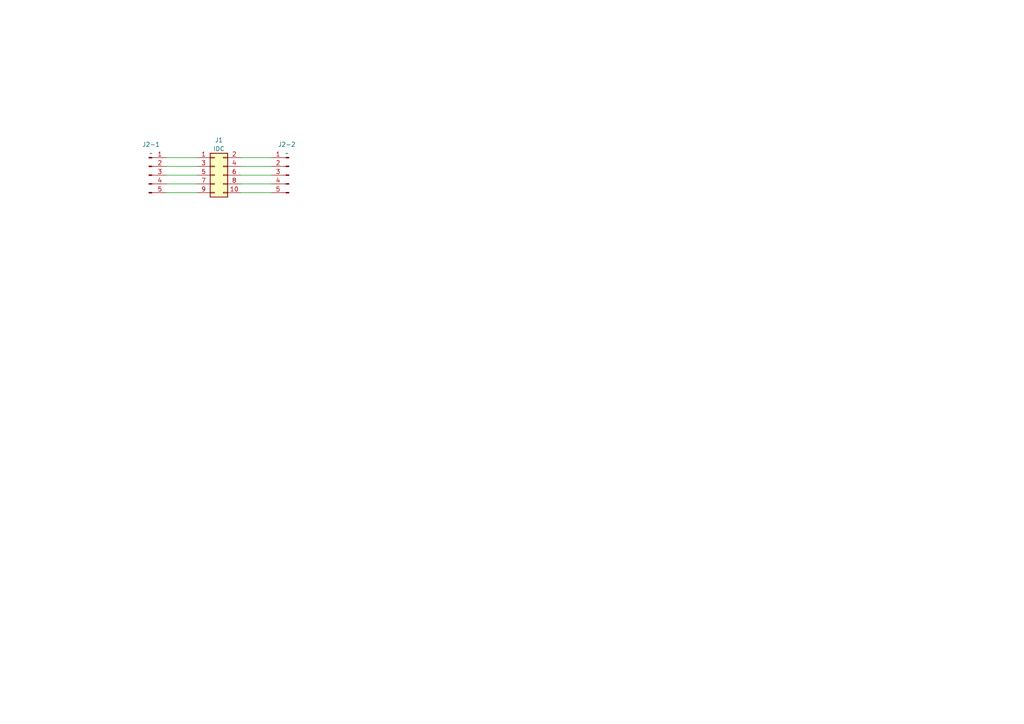
<source format=kicad_sch>
(kicad_sch (version 20230121) (generator eeschema)
  (paper "A4")
  (lib_symbols
    (symbol "Connector:Conn_01x05_Pin" (pin_names (offset 1.016) hide)
      (property "Reference" "J" (at 0 7.62 0))
      (property "Value" "Conn_01x05_Pin" (at 0 -7.62 0))
      (symbol "Conn_01x05_Pin_1_1"
        (polyline (pts (xy 1.27 -5.08) (xy 0.8636 -5.08)) (stroke (width 0.1524)))
        (polyline (pts (xy 1.27 -2.54) (xy 0.8636 -2.54)) (stroke (width 0.1524)))
        (polyline (pts (xy 1.27 0) (xy 0.8636 0)) (stroke (width 0.1524)))
        (polyline (pts (xy 1.27 2.54) (xy 0.8636 2.54)) (stroke (width 0.1524)))
        (polyline (pts (xy 1.27 5.08) (xy 0.8636 5.08)) (stroke (width 0.1524)))
        (rectangle (start 0.8636 -4.953) (end 0 -5.207) (stroke (width 0.1524)) (fill (type outline)))
        (rectangle (start 0.8636 -2.413) (end 0 -2.667) (stroke (width 0.1524)) (fill (type outline)))
        (rectangle (start 0.8636 0.127) (end 0 -0.127) (stroke (width 0.1524)) (fill (type outline)))
        (rectangle (start 0.8636 2.667) (end 0 2.413) (stroke (width 0.1524)) (fill (type outline)))
        (rectangle (start 0.8636 5.207) (end 0 4.953) (stroke (width 0.1524)) (fill (type outline)))
        (pin passive line (at 5.08 5.08 180) (length 3.81) (name "Pin_1") (number "1"))
        (pin passive line (at 5.08 2.54 180) (length 3.81) (name "Pin_2") (number "2"))
        (pin passive line (at 5.08 0 180) (length 3.81) (name "Pin_3") (number "3"))
        (pin passive line (at 5.08 -2.54 180) (length 3.81) (name "Pin_4") (number "4"))
        (pin passive line (at 5.08 -5.08 180) (length 3.81) (name "Pin_5") (number "5"))
      )
    )
    (symbol "Connector_Generic:Conn_02x05_Odd_Even" (pin_names (offset 1.016) hide)
      (property "Reference" "J" (at 1.27 7.62 0))
      (property "Value" "Conn_02x05_Odd_Even" (at 1.27 -7.62 0))
      (symbol "Conn_02x05_Odd_Even_1_1"
        (rectangle (start -1.27 -4.953) (end 0 -5.207) (stroke (width 0.1524)))
        (rectangle (start -1.27 -2.413) (end 0 -2.667) (stroke (width 0.1524)))
        (rectangle (start -1.27 0.127) (end 0 -0.127) (stroke (width 0.1524)))
        (rectangle (start -1.27 2.667) (end 0 2.413) (stroke (width 0.1524)))
        (rectangle (start -1.27 5.207) (end 0 4.953) (stroke (width 0.1524)))
        (rectangle (start -1.27 6.35) (end 3.81 -6.35) (stroke (width 0.254)) (fill (type background)))
        (rectangle (start 3.81 -4.953) (end 2.54 -5.207) (stroke (width 0.1524)))
        (rectangle (start 3.81 -2.413) (end 2.54 -2.667) (stroke (width 0.1524)))
        (rectangle (start 3.81 0.127) (end 2.54 -0.127) (stroke (width 0.1524)))
        (rectangle (start 3.81 2.667) (end 2.54 2.413) (stroke (width 0.1524)))
        (rectangle (start 3.81 5.207) (end 2.54 4.953) (stroke (width 0.1524)))
        (pin passive line (at -5.08 5.08 0) (length 3.81) (name "Pin_1") (number "1"))
        (pin passive line (at 7.62 -5.08 180) (length 3.81) (name "Pin_10") (number "10"))
        (pin passive line (at 7.62 5.08 180) (length 3.81) (name "Pin_2") (number "2"))
        (pin passive line (at -5.08 2.54 0) (length 3.81) (name "Pin_3") (number "3"))
        (pin passive line (at 7.62 2.54 180) (length 3.81) (name "Pin_4") (number "4"))
        (pin passive line (at -5.08 0 0) (length 3.81) (name "Pin_5") (number "5"))
        (pin passive line (at 7.62 0 180) (length 3.81) (name "Pin_6") (number "6"))
        (pin passive line (at -5.08 -2.54 0) (length 3.81) (name "Pin_7") (number "7"))
        (pin passive line (at 7.62 -2.54 180) (length 3.81) (name "Pin_8") (number "8"))
        (pin passive line (at -5.08 -5.08 0) (length 3.81) (name "Pin_9") (number "9"))
      )
    )
  )
  (wire (pts (xy 48.26 53.34) (xy 57.15 53.34)))
  (wire (pts (xy 69.85 50.8) (xy 78.74 50.8)))
  (wire (pts (xy 69.85 48.26) (xy 78.74 48.26)))
  (wire (pts (xy 48.26 45.72) (xy 57.15 45.72)))
  (wire (pts (xy 48.26 55.88) (xy 57.15 55.88)))
  (wire (pts (xy 48.26 48.26) (xy 57.15 48.26)))
  (wire (pts (xy 69.85 45.72) (xy 78.74 45.72)))
  (wire (pts (xy 69.85 55.88) (xy 78.74 55.88)))
  (wire (pts (xy 48.26 50.8) (xy 57.15 50.8)))
  (wire (pts (xy 69.85 53.34) (xy 78.74 53.34)))
  (symbol (lib_id "Connector:Conn_01x05_Pin") (at 43.18 50.8 0) (unit 1)
    (property "Reference" "J2-1" (at 43.815 41.91 0))
    (property "Value" "~" (at 43.815 44.45 0))
    (property "Footprint" "Connector_PinHeader_2.54mm:PinHeader_1x05_P2.54mm_Vertical" (effects hide))
  )
  (symbol (lib_id "Connector:Conn_01x05_Pin") (at 83.82 50.8 0) (mirror y) (unit 1)
    (property "Reference" "J2-2" (at 83.185 41.91 0))
    (property "Value" "~" (at 83.185 44.45 0))
    (property "Footprint" "Connector_PinHeader_2.54mm:PinHeader_1x05_P2.54mm_Vertical" (effects hide))
  )
  (symbol (lib_id "Connector_Generic:Conn_02x05_Odd_Even") (at 62.23 50.8 0) (unit 1)
    (property "Reference" "J1" (at 63.5 40.64 0))
    (property "Value" "IDC" (at 63.5 43.18 0))
    (property "Footprint" "Connector_IDC:IDC-Header_2x05_P2.54mm_Vertical" (effects hide))
  )
)
</source>
